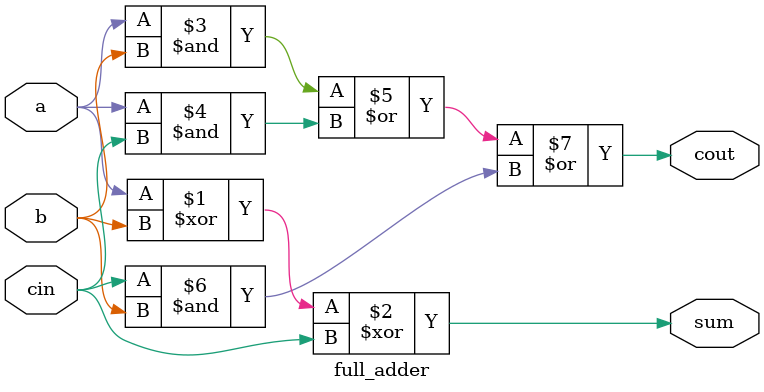
<source format=v>
`timescale 1ns / 1ps
 
// STUDENTS : ATHARVA ROSHAN NAIK (18CS10067)
//            RADHIKA PATWARI (18CS10062)
 
// ASSIGNMENT 1
 
// Full adder implementation for single bit inputs a and b
// Returning sum and cout 
module full_adder(output sum, output cout, input a, input b, input cin);
 
    assign sum = a^b^cin;                    //sum = xor of a,b and cin
    assign cout = (a&b) | (a&cin) | (cin&b); //cout = (a and b) or (a and cin) or (cin and b) 
 
endmodule                                    //end of module
</source>
